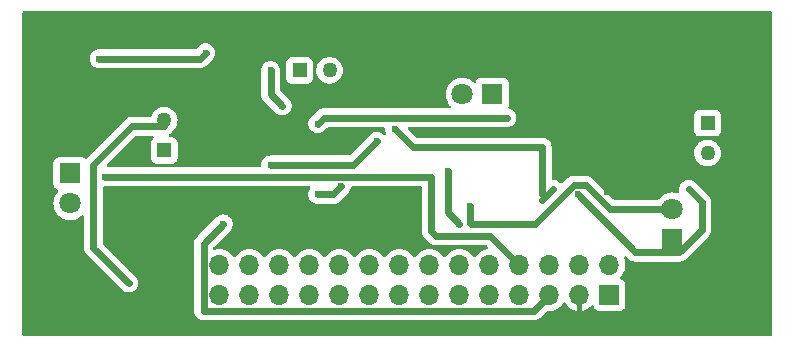
<source format=gbr>
%TF.GenerationSoftware,KiCad,Pcbnew,8.0.1*%
%TF.CreationDate,2024-03-24T23:46:15+02:00*%
%TF.ProjectId,_autosave-_autosave-Assignment 2,5f617574-6f73-4617-9665-2d5f6175746f,rev?*%
%TF.SameCoordinates,Original*%
%TF.FileFunction,Copper,L2,Bot*%
%TF.FilePolarity,Positive*%
%FSLAX46Y46*%
G04 Gerber Fmt 4.6, Leading zero omitted, Abs format (unit mm)*
G04 Created by KiCad (PCBNEW 8.0.1) date 2024-03-24 23:46:15*
%MOMM*%
%LPD*%
G01*
G04 APERTURE LIST*
%TA.AperFunction,ComponentPad*%
%ADD10R,1.800000X1.800000*%
%TD*%
%TA.AperFunction,ComponentPad*%
%ADD11C,1.800000*%
%TD*%
%TA.AperFunction,ComponentPad*%
%ADD12C,1.258000*%
%TD*%
%TA.AperFunction,ComponentPad*%
%ADD13R,1.258000X1.258000*%
%TD*%
%TA.AperFunction,ComponentPad*%
%ADD14R,1.700000X1.700000*%
%TD*%
%TA.AperFunction,ComponentPad*%
%ADD15O,1.700000X1.700000*%
%TD*%
%TA.AperFunction,ViaPad*%
%ADD16C,0.600000*%
%TD*%
%TA.AperFunction,Conductor*%
%ADD17C,0.600000*%
%TD*%
%TA.AperFunction,Conductor*%
%ADD18C,0.200000*%
%TD*%
G04 APERTURE END LIST*
D10*
%TO.P,D1,1,K*%
%TO.N,Net-(D1-K)*%
X115025000Y-116725000D03*
D11*
%TO.P,D1,2,A*%
%TO.N,Net-(D1-A)*%
X115025000Y-119265000D03*
%TD*%
D10*
%TO.P,D6,1,K*%
%TO.N,Net-(D6-K)*%
X166000000Y-122275000D03*
D11*
%TO.P,D6,2,A*%
%TO.N,Net-(D6-A)*%
X166000000Y-119735000D03*
%TD*%
D12*
%TO.P,D2,A*%
%TO.N,Net-(C2-Pad1)*%
X123000000Y-112230000D03*
D13*
%TO.P,D2,K*%
%TO.N,VCC*%
X123000000Y-114770000D03*
%TD*%
D12*
%TO.P,D4,A*%
%TO.N,Net-(C1-Pad1)*%
X137000000Y-108000000D03*
D13*
%TO.P,D4,K*%
%TO.N,VCC*%
X134460000Y-108000000D03*
%TD*%
D10*
%TO.P,D5,1,K*%
%TO.N,Net-(D5-K)*%
X150775000Y-110025000D03*
D11*
%TO.P,D5,2,A*%
%TO.N,Net-(D5-A)*%
X148235000Y-110025000D03*
%TD*%
D12*
%TO.P,D3,A*%
%TO.N,Net-(C3-Pad1)*%
X169000000Y-115000000D03*
D13*
%TO.P,D3,K*%
%TO.N,VCC*%
X169000000Y-112460000D03*
%TD*%
D14*
%TO.P,J1,1,Pin_1*%
%TO.N,unconnected-(J1-Pin_1-Pad1)*%
X160700000Y-127000000D03*
D15*
%TO.P,J1,2,Pin_2*%
%TO.N,unconnected-(J1-Pin_2-Pad2)*%
X160700000Y-124460000D03*
%TO.P,J1,3,Pin_3*%
%TO.N,GND*%
X158160000Y-127000000D03*
%TO.P,J1,4,Pin_4*%
%TO.N,VCC*%
X158160000Y-124460000D03*
%TO.P,J1,5,Pin_5*%
%TO.N,Net-(J1-Pin_5)*%
X155620000Y-127000000D03*
%TO.P,J1,6,Pin_6*%
%TO.N,unconnected-(J1-Pin_6-Pad6)*%
X155620000Y-124460000D03*
%TO.P,J1,7,Pin_7*%
%TO.N,Net-(J1-Pin_7)*%
X153080000Y-127000000D03*
%TO.P,J1,8,Pin_8*%
%TO.N,Net-(J1-Pin_8)*%
X153080000Y-124460000D03*
%TO.P,J1,9,Pin_9*%
%TO.N,GND*%
X150540000Y-127000000D03*
%TO.P,J1,10,Pin_10*%
%TO.N,Net-(J1-Pin_10)*%
X150540000Y-124460000D03*
%TO.P,J1,11,Pin_11*%
%TO.N,Net-(J1-Pin_11)*%
X148000000Y-127000000D03*
%TO.P,J1,12,Pin_12*%
%TO.N,Net-(J1-Pin_12)*%
X148000000Y-124460000D03*
%TO.P,J1,13,Pin_13*%
%TO.N,unconnected-(J1-Pin_13-Pad13)*%
X145460000Y-127000000D03*
%TO.P,J1,14,Pin_14*%
%TO.N,unconnected-(J1-Pin_14-Pad14)*%
X145460000Y-124460000D03*
%TO.P,J1,15,Pin_15*%
%TO.N,GND*%
X142920000Y-127000000D03*
%TO.P,J1,16,Pin_16*%
%TO.N,unconnected-(J1-Pin_16-Pad16)*%
X142920000Y-124460000D03*
%TO.P,J1,17,Pin_17*%
%TO.N,unconnected-(J1-Pin_17-Pad17)*%
X140380000Y-127000000D03*
%TO.P,J1,18,Pin_18*%
%TO.N,unconnected-(J1-Pin_18-Pad18)*%
X140380000Y-124460000D03*
%TO.P,J1,19,Pin_19*%
%TO.N,unconnected-(J1-Pin_19-Pad19)*%
X137840000Y-127000000D03*
%TO.P,J1,20,Pin_20*%
%TO.N,unconnected-(J1-Pin_20-Pad20)*%
X137840000Y-124460000D03*
%TO.P,J1,21,Pin_21*%
%TO.N,GND*%
X135300000Y-127000000D03*
%TO.P,J1,22,Pin_22*%
%TO.N,unconnected-(J1-Pin_22-Pad22)*%
X135300000Y-124460000D03*
%TO.P,J1,23,Pin_23*%
%TO.N,unconnected-(J1-Pin_23-Pad23)*%
X132760000Y-127000000D03*
%TO.P,J1,24,Pin_24*%
%TO.N,unconnected-(J1-Pin_24-Pad24)*%
X132760000Y-124460000D03*
%TO.P,J1,25,Pin_25*%
%TO.N,unconnected-(J1-Pin_25-Pad25)*%
X130220000Y-127000000D03*
%TO.P,J1,26,Pin_26*%
%TO.N,VCC*%
X130220000Y-124460000D03*
%TO.P,J1,27,Pin_27*%
%TO.N,GND*%
X127680000Y-127000000D03*
%TO.P,J1,28,Pin_28*%
%TO.N,unconnected-(J1-Pin_28-Pad28)*%
X127680000Y-124460000D03*
%TD*%
D16*
%TO.N,Net-(J1-Pin_5)*%
X128000000Y-121000000D03*
%TO.N,Net-(J1-Pin_7)*%
X138000000Y-117800000D03*
X136000000Y-118500000D03*
X168500000Y-120000000D03*
X158000000Y-118500000D03*
X142500000Y-112975000D03*
%TO.N,Net-(J1-Pin_11)*%
X126500000Y-106500000D03*
X117500000Y-107000000D03*
X133000000Y-111000000D03*
X132000000Y-108000000D03*
%TO.N,Net-(U1-POS_1)*%
X141000000Y-114000000D03*
X132000000Y-116000000D03*
%TO.N,Net-(C2-Pad1)*%
X120000000Y-126000000D03*
%TO.N,Net-(U1-POS_3)*%
X136000000Y-112500000D03*
X152000000Y-112000000D03*
%TO.N,Net-(D6-A)*%
X153500000Y-121000000D03*
X148912500Y-119500000D03*
%TO.N,GND*%
X160500000Y-118300000D03*
X158000000Y-107500000D03*
%TO.N,Net-(J1-Pin_8)*%
X118000000Y-117000000D03*
%TO.N,Net-(J1-Pin_10)*%
X147000000Y-116500000D03*
X148000000Y-121000000D03*
%TD*%
D17*
%TO.N,Net-(J1-Pin_5)*%
X126330000Y-128330000D02*
X126350000Y-128350000D01*
X128000000Y-121000000D02*
X126330000Y-122670000D01*
X154270000Y-128350000D02*
X155620000Y-127000000D01*
X126330000Y-122670000D02*
X126330000Y-128330000D01*
X126350000Y-128350000D02*
X154270000Y-128350000D01*
%TO.N,Net-(J1-Pin_7)*%
X155250000Y-118750000D02*
X155000000Y-119000000D01*
X155000000Y-114500000D02*
X155000000Y-118500000D01*
X137300000Y-118500000D02*
X138000000Y-117800000D01*
X142500000Y-112975000D02*
X144025000Y-114500000D01*
X136000000Y-118500000D02*
X137300000Y-118500000D01*
X155000000Y-118500000D02*
X155250000Y-118750000D01*
X168500000Y-120000000D02*
X168500000Y-119160000D01*
X168500000Y-121479899D02*
X166579899Y-123400000D01*
X155940000Y-118060000D02*
X155250000Y-118750000D01*
X144025000Y-114500000D02*
X155000000Y-114500000D01*
X166579899Y-123400000D02*
X162900000Y-123400000D01*
X168500000Y-119160000D02*
X167400000Y-118060000D01*
X168500000Y-119160000D02*
X168500000Y-121479899D01*
X162900000Y-123400000D02*
X158000000Y-118500000D01*
%TO.N,Net-(J1-Pin_11)*%
X132000000Y-110000000D02*
X133000000Y-111000000D01*
X126000000Y-107000000D02*
X126500000Y-106500000D01*
X132000000Y-108000000D02*
X132000000Y-110000000D01*
X117500000Y-107000000D02*
X126000000Y-107000000D01*
%TO.N,Net-(U1-POS_1)*%
X141000000Y-114000000D02*
X139000000Y-116000000D01*
X139000000Y-116000000D02*
X132000000Y-116000000D01*
%TO.N,Net-(C2-Pad1)*%
X120270000Y-112730000D02*
X123000000Y-112730000D01*
X117000000Y-116000000D02*
X120270000Y-112730000D01*
X120000000Y-126000000D02*
X117000000Y-123000000D01*
X117000000Y-123000000D02*
X117000000Y-116000000D01*
%TO.N,Net-(U1-POS_3)*%
X152000000Y-112000000D02*
X136500000Y-112000000D01*
X136500000Y-112000000D02*
X136000000Y-112500000D01*
%TO.N,Net-(D6-A)*%
X157668630Y-117700000D02*
X158700000Y-117700000D01*
X160735000Y-119735000D02*
X166000000Y-119735000D01*
X158700000Y-117700000D02*
X160735000Y-119735000D01*
X153500000Y-121000000D02*
X149000000Y-121000000D01*
X153500000Y-121000000D02*
X154368630Y-121000000D01*
X149000000Y-121000000D02*
X148912500Y-120912500D01*
X153500000Y-121000000D02*
X151500000Y-121000000D01*
X148912500Y-120912500D02*
X148912500Y-119500000D01*
X154368630Y-121000000D02*
X157668630Y-117700000D01*
D18*
%TO.N,GND*%
X160500000Y-118300000D02*
X160500000Y-117500000D01*
X157000000Y-108500000D02*
X158000000Y-107500000D01*
X157000000Y-114000000D02*
X157000000Y-109000000D01*
X160500000Y-117500000D02*
X157000000Y-114000000D01*
X157000000Y-109000000D02*
X157000000Y-108500000D01*
D17*
%TO.N,Net-(J1-Pin_8)*%
X145620000Y-121620000D02*
X146000000Y-122000000D01*
X146000000Y-122000000D02*
X150620000Y-122000000D01*
X145620000Y-117000000D02*
X145620000Y-121620000D01*
X118000000Y-117000000D02*
X145620000Y-117000000D01*
X150620000Y-122000000D02*
X153080000Y-124460000D01*
%TO.N,Net-(J1-Pin_10)*%
X147000000Y-116500000D02*
X147000000Y-120000000D01*
X147000000Y-120000000D02*
X148000000Y-121000000D01*
%TD*%
%TA.AperFunction,Conductor*%
%TO.N,GND*%
G36*
X174442539Y-103020185D02*
G01*
X174488294Y-103072989D01*
X174499500Y-103124500D01*
X174499500Y-130375500D01*
X174479815Y-130442539D01*
X174427011Y-130488294D01*
X174375500Y-130499500D01*
X111124500Y-130499500D01*
X111057461Y-130479815D01*
X111011706Y-130427011D01*
X111000500Y-130375500D01*
X111000500Y-119265006D01*
X113619700Y-119265006D01*
X113638864Y-119496297D01*
X113638866Y-119496308D01*
X113695842Y-119721300D01*
X113789075Y-119933848D01*
X113916016Y-120128147D01*
X113916019Y-120128151D01*
X113916021Y-120128153D01*
X114073216Y-120298913D01*
X114073219Y-120298915D01*
X114073222Y-120298918D01*
X114256365Y-120441464D01*
X114256371Y-120441468D01*
X114256374Y-120441470D01*
X114460497Y-120551936D01*
X114501546Y-120566028D01*
X114680015Y-120627297D01*
X114680017Y-120627297D01*
X114680019Y-120627298D01*
X114908951Y-120665500D01*
X114908952Y-120665500D01*
X115141048Y-120665500D01*
X115141049Y-120665500D01*
X115369981Y-120627298D01*
X115589503Y-120551936D01*
X115793626Y-120441470D01*
X115976784Y-120298913D01*
X115984271Y-120290779D01*
X116044156Y-120254790D01*
X116113994Y-120256889D01*
X116171611Y-120296413D01*
X116198713Y-120360812D01*
X116199500Y-120374763D01*
X116199500Y-123078846D01*
X116230261Y-123233489D01*
X116230264Y-123233501D01*
X116290602Y-123379172D01*
X116290609Y-123379185D01*
X116378210Y-123510288D01*
X116378213Y-123510292D01*
X117962945Y-125095023D01*
X119370184Y-126502262D01*
X119497738Y-126629816D01*
X119563096Y-126670883D01*
X119563131Y-126670905D01*
X119566040Y-126672790D01*
X119620821Y-126709394D01*
X119621606Y-126709719D01*
X119640134Y-126719289D01*
X119650478Y-126725789D01*
X119711114Y-126747006D01*
X119717611Y-126749486D01*
X119766503Y-126769738D01*
X119766510Y-126769739D01*
X119766512Y-126769740D01*
X119780142Y-126772451D01*
X119796907Y-126777026D01*
X119820745Y-126785368D01*
X119871711Y-126791109D01*
X119881998Y-126792710D01*
X119899562Y-126796204D01*
X119921155Y-126800500D01*
X119921158Y-126800500D01*
X119948085Y-126800500D01*
X119961969Y-126801280D01*
X119999998Y-126805565D01*
X120000000Y-126805565D01*
X120000002Y-126805565D01*
X120038031Y-126801280D01*
X120051915Y-126800500D01*
X120078845Y-126800500D01*
X120091003Y-126798080D01*
X120118009Y-126792708D01*
X120128285Y-126791110D01*
X120179255Y-126785368D01*
X120203095Y-126777025D01*
X120219845Y-126772452D01*
X120233497Y-126769738D01*
X120282407Y-126749477D01*
X120288837Y-126747022D01*
X120349522Y-126725789D01*
X120359868Y-126719287D01*
X120378390Y-126709720D01*
X120379179Y-126709394D01*
X120433987Y-126672771D01*
X120436825Y-126670931D01*
X120502262Y-126629816D01*
X120629816Y-126502262D01*
X120670931Y-126436825D01*
X120672777Y-126433979D01*
X120709389Y-126379186D01*
X120709394Y-126379179D01*
X120709720Y-126378390D01*
X120719287Y-126359868D01*
X120725789Y-126349522D01*
X120747022Y-126288837D01*
X120749477Y-126282407D01*
X120769738Y-126233497D01*
X120772452Y-126219845D01*
X120777025Y-126203095D01*
X120785368Y-126179255D01*
X120791110Y-126128285D01*
X120792708Y-126118009D01*
X120800500Y-126078843D01*
X120800500Y-126051914D01*
X120801280Y-126038029D01*
X120805565Y-126000001D01*
X120805565Y-125999998D01*
X120801280Y-125961969D01*
X120800500Y-125948085D01*
X120800500Y-125921154D01*
X120792712Y-125882010D01*
X120791109Y-125871711D01*
X120785368Y-125820745D01*
X120777026Y-125796907D01*
X120772451Y-125780142D01*
X120769740Y-125766512D01*
X120769739Y-125766510D01*
X120769738Y-125766503D01*
X120749486Y-125717611D01*
X120747006Y-125711114D01*
X120745848Y-125707804D01*
X120725789Y-125650478D01*
X120719289Y-125640134D01*
X120709719Y-125621606D01*
X120709394Y-125620821D01*
X120672790Y-125566040D01*
X120670905Y-125563131D01*
X120640442Y-125514649D01*
X120629816Y-125497738D01*
X120502262Y-125370184D01*
X117836819Y-122704741D01*
X117803334Y-122643418D01*
X117800500Y-122617060D01*
X117800500Y-117924500D01*
X117820185Y-117857461D01*
X117872989Y-117811706D01*
X117924500Y-117800500D01*
X117948085Y-117800500D01*
X117961969Y-117801280D01*
X117999998Y-117805565D01*
X118000000Y-117805565D01*
X118000002Y-117805565D01*
X118038031Y-117801280D01*
X118051915Y-117800500D01*
X135269988Y-117800500D01*
X135337027Y-117820185D01*
X135382782Y-117872989D01*
X135392726Y-117942147D01*
X135371806Y-117990535D01*
X135373888Y-117991843D01*
X135329092Y-118063132D01*
X135327204Y-118066047D01*
X135290604Y-118120824D01*
X135290600Y-118120832D01*
X135290266Y-118121639D01*
X135280713Y-118140127D01*
X135274212Y-118150474D01*
X135274210Y-118150477D01*
X135252982Y-118211140D01*
X135250504Y-118217631D01*
X135230264Y-118266496D01*
X135230263Y-118266502D01*
X135227550Y-118280140D01*
X135222975Y-118296898D01*
X135214634Y-118320735D01*
X135214632Y-118320742D01*
X135208890Y-118371696D01*
X135207288Y-118381994D01*
X135199500Y-118421152D01*
X135199500Y-118448085D01*
X135198720Y-118461969D01*
X135194435Y-118499998D01*
X135194435Y-118500001D01*
X135198720Y-118538029D01*
X135199500Y-118551914D01*
X135199500Y-118578844D01*
X135207288Y-118618003D01*
X135208890Y-118628303D01*
X135214632Y-118679252D01*
X135214633Y-118679260D01*
X135222976Y-118703104D01*
X135227550Y-118719860D01*
X135230262Y-118733496D01*
X135238336Y-118752988D01*
X135249861Y-118780814D01*
X135250509Y-118782377D01*
X135252986Y-118788867D01*
X135266401Y-118827204D01*
X135274212Y-118849524D01*
X135280709Y-118859865D01*
X135290268Y-118878365D01*
X135290603Y-118879173D01*
X135290605Y-118879179D01*
X135327223Y-118933982D01*
X135329114Y-118936900D01*
X135370180Y-119002257D01*
X135370182Y-119002260D01*
X135370184Y-119002262D01*
X135497738Y-119129816D01*
X135563131Y-119170905D01*
X135566040Y-119172790D01*
X135620821Y-119209394D01*
X135621606Y-119209719D01*
X135640134Y-119219289D01*
X135650478Y-119225789D01*
X135711175Y-119247028D01*
X135717607Y-119249484D01*
X135746021Y-119261253D01*
X135766497Y-119269735D01*
X135766498Y-119269735D01*
X135766503Y-119269737D01*
X135780139Y-119272449D01*
X135796898Y-119277023D01*
X135820745Y-119285368D01*
X135871714Y-119291110D01*
X135881992Y-119292709D01*
X135909140Y-119298109D01*
X135921157Y-119300500D01*
X135921158Y-119300500D01*
X135948085Y-119300500D01*
X135961969Y-119301280D01*
X135999998Y-119305565D01*
X136000000Y-119305565D01*
X136000002Y-119305565D01*
X136038031Y-119301280D01*
X136051915Y-119300500D01*
X137378844Y-119300500D01*
X137378845Y-119300499D01*
X137533497Y-119269737D01*
X137679179Y-119209394D01*
X137810289Y-119121789D01*
X138621788Y-118310290D01*
X138629816Y-118302262D01*
X138670943Y-118236806D01*
X138672761Y-118234001D01*
X138709393Y-118179179D01*
X138709719Y-118178389D01*
X138719293Y-118159859D01*
X138725188Y-118150478D01*
X138725789Y-118149522D01*
X138747020Y-118088843D01*
X138749494Y-118082365D01*
X138757461Y-118063132D01*
X138769737Y-118033498D01*
X138772450Y-118019855D01*
X138777021Y-118003107D01*
X138785368Y-117979255D01*
X138791111Y-117928282D01*
X138792708Y-117918011D01*
X138796230Y-117900305D01*
X138828616Y-117838397D01*
X138889332Y-117803823D01*
X138917847Y-117800500D01*
X144695500Y-117800500D01*
X144762539Y-117820185D01*
X144808294Y-117872989D01*
X144819500Y-117924500D01*
X144819500Y-121698846D01*
X144850261Y-121853489D01*
X144850264Y-121853501D01*
X144910602Y-121999172D01*
X144910609Y-121999185D01*
X144998210Y-122130288D01*
X144998213Y-122130292D01*
X145378211Y-122510289D01*
X145447737Y-122579815D01*
X145489712Y-122621790D01*
X145620814Y-122709390D01*
X145620827Y-122709397D01*
X145766498Y-122769735D01*
X145766503Y-122769737D01*
X145766507Y-122769737D01*
X145766508Y-122769738D01*
X145921154Y-122800500D01*
X145921157Y-122800500D01*
X145921158Y-122800500D01*
X150237060Y-122800500D01*
X150304099Y-122820185D01*
X150324741Y-122836819D01*
X150400026Y-122912104D01*
X150433511Y-122973427D01*
X150428527Y-123043119D01*
X150386655Y-123099052D01*
X150323154Y-123123313D01*
X150304596Y-123124936D01*
X150304586Y-123124938D01*
X150076344Y-123186094D01*
X150076335Y-123186098D01*
X149862171Y-123285964D01*
X149862169Y-123285965D01*
X149668597Y-123421505D01*
X149501505Y-123588597D01*
X149371575Y-123774158D01*
X149316998Y-123817783D01*
X149247500Y-123824977D01*
X149185145Y-123793454D01*
X149168425Y-123774158D01*
X149038494Y-123588597D01*
X148871402Y-123421506D01*
X148871395Y-123421501D01*
X148677834Y-123285967D01*
X148677830Y-123285965D01*
X148581975Y-123241267D01*
X148463663Y-123186097D01*
X148463659Y-123186096D01*
X148463655Y-123186094D01*
X148235413Y-123124938D01*
X148235403Y-123124936D01*
X148000001Y-123104341D01*
X147999999Y-123104341D01*
X147764596Y-123124936D01*
X147764586Y-123124938D01*
X147536344Y-123186094D01*
X147536335Y-123186098D01*
X147322171Y-123285964D01*
X147322169Y-123285965D01*
X147128597Y-123421505D01*
X146961505Y-123588597D01*
X146831575Y-123774158D01*
X146776998Y-123817783D01*
X146707500Y-123824977D01*
X146645145Y-123793454D01*
X146628425Y-123774158D01*
X146498494Y-123588597D01*
X146331402Y-123421506D01*
X146331395Y-123421501D01*
X146137834Y-123285967D01*
X146137830Y-123285965D01*
X146041975Y-123241267D01*
X145923663Y-123186097D01*
X145923659Y-123186096D01*
X145923655Y-123186094D01*
X145695413Y-123124938D01*
X145695403Y-123124936D01*
X145460001Y-123104341D01*
X145459999Y-123104341D01*
X145224596Y-123124936D01*
X145224586Y-123124938D01*
X144996344Y-123186094D01*
X144996335Y-123186098D01*
X144782171Y-123285964D01*
X144782169Y-123285965D01*
X144588597Y-123421505D01*
X144421505Y-123588597D01*
X144291575Y-123774158D01*
X144236998Y-123817783D01*
X144167500Y-123824977D01*
X144105145Y-123793454D01*
X144088425Y-123774158D01*
X143958494Y-123588597D01*
X143791402Y-123421506D01*
X143791395Y-123421501D01*
X143597834Y-123285967D01*
X143597830Y-123285965D01*
X143501975Y-123241267D01*
X143383663Y-123186097D01*
X143383659Y-123186096D01*
X143383655Y-123186094D01*
X143155413Y-123124938D01*
X143155403Y-123124936D01*
X142920001Y-123104341D01*
X142919999Y-123104341D01*
X142684596Y-123124936D01*
X142684586Y-123124938D01*
X142456344Y-123186094D01*
X142456335Y-123186098D01*
X142242171Y-123285964D01*
X142242169Y-123285965D01*
X142048597Y-123421505D01*
X141881505Y-123588597D01*
X141751575Y-123774158D01*
X141696998Y-123817783D01*
X141627500Y-123824977D01*
X141565145Y-123793454D01*
X141548425Y-123774158D01*
X141418494Y-123588597D01*
X141251402Y-123421506D01*
X141251395Y-123421501D01*
X141057834Y-123285967D01*
X141057830Y-123285965D01*
X140961975Y-123241267D01*
X140843663Y-123186097D01*
X140843659Y-123186096D01*
X140843655Y-123186094D01*
X140615413Y-123124938D01*
X140615403Y-123124936D01*
X140380001Y-123104341D01*
X140379999Y-123104341D01*
X140144596Y-123124936D01*
X140144586Y-123124938D01*
X139916344Y-123186094D01*
X139916335Y-123186098D01*
X139702171Y-123285964D01*
X139702169Y-123285965D01*
X139508597Y-123421505D01*
X139341505Y-123588597D01*
X139211575Y-123774158D01*
X139156998Y-123817783D01*
X139087500Y-123824977D01*
X139025145Y-123793454D01*
X139008425Y-123774158D01*
X138878494Y-123588597D01*
X138711402Y-123421506D01*
X138711395Y-123421501D01*
X138517834Y-123285967D01*
X138517830Y-123285965D01*
X138421975Y-123241267D01*
X138303663Y-123186097D01*
X138303659Y-123186096D01*
X138303655Y-123186094D01*
X138075413Y-123124938D01*
X138075403Y-123124936D01*
X137840001Y-123104341D01*
X137839999Y-123104341D01*
X137604596Y-123124936D01*
X137604586Y-123124938D01*
X137376344Y-123186094D01*
X137376335Y-123186098D01*
X137162171Y-123285964D01*
X137162169Y-123285965D01*
X136968597Y-123421505D01*
X136801505Y-123588597D01*
X136671575Y-123774158D01*
X136616998Y-123817783D01*
X136547500Y-123824977D01*
X136485145Y-123793454D01*
X136468425Y-123774158D01*
X136338494Y-123588597D01*
X136171402Y-123421506D01*
X136171395Y-123421501D01*
X135977834Y-123285967D01*
X135977830Y-123285965D01*
X135881975Y-123241267D01*
X135763663Y-123186097D01*
X135763659Y-123186096D01*
X135763655Y-123186094D01*
X135535413Y-123124938D01*
X135535403Y-123124936D01*
X135300001Y-123104341D01*
X135299999Y-123104341D01*
X135064596Y-123124936D01*
X135064586Y-123124938D01*
X134836344Y-123186094D01*
X134836335Y-123186098D01*
X134622171Y-123285964D01*
X134622169Y-123285965D01*
X134428597Y-123421505D01*
X134261505Y-123588597D01*
X134131575Y-123774158D01*
X134076998Y-123817783D01*
X134007500Y-123824977D01*
X133945145Y-123793454D01*
X133928425Y-123774158D01*
X133798494Y-123588597D01*
X133631402Y-123421506D01*
X133631395Y-123421501D01*
X133437834Y-123285967D01*
X133437830Y-123285965D01*
X133341975Y-123241267D01*
X133223663Y-123186097D01*
X133223659Y-123186096D01*
X133223655Y-123186094D01*
X132995413Y-123124938D01*
X132995403Y-123124936D01*
X132760001Y-123104341D01*
X132759999Y-123104341D01*
X132524596Y-123124936D01*
X132524586Y-123124938D01*
X132296344Y-123186094D01*
X132296335Y-123186098D01*
X132082171Y-123285964D01*
X132082169Y-123285965D01*
X131888597Y-123421505D01*
X131721505Y-123588597D01*
X131591575Y-123774158D01*
X131536998Y-123817783D01*
X131467500Y-123824977D01*
X131405145Y-123793454D01*
X131388425Y-123774158D01*
X131258494Y-123588597D01*
X131091402Y-123421506D01*
X131091395Y-123421501D01*
X130897834Y-123285967D01*
X130897830Y-123285965D01*
X130801975Y-123241267D01*
X130683663Y-123186097D01*
X130683659Y-123186096D01*
X130683655Y-123186094D01*
X130455413Y-123124938D01*
X130455403Y-123124936D01*
X130220001Y-123104341D01*
X130219999Y-123104341D01*
X129984596Y-123124936D01*
X129984586Y-123124938D01*
X129756344Y-123186094D01*
X129756335Y-123186098D01*
X129542171Y-123285964D01*
X129542169Y-123285965D01*
X129348597Y-123421505D01*
X129181505Y-123588597D01*
X129051575Y-123774158D01*
X128996998Y-123817783D01*
X128927500Y-123824977D01*
X128865145Y-123793454D01*
X128848425Y-123774158D01*
X128718494Y-123588597D01*
X128551402Y-123421506D01*
X128551395Y-123421501D01*
X128357834Y-123285967D01*
X128357830Y-123285965D01*
X128261975Y-123241267D01*
X128143663Y-123186097D01*
X128143659Y-123186096D01*
X128143655Y-123186094D01*
X127915413Y-123124938D01*
X127915403Y-123124936D01*
X127680001Y-123104341D01*
X127679999Y-123104341D01*
X127444596Y-123124936D01*
X127444583Y-123124939D01*
X127294027Y-123165279D01*
X127224178Y-123163616D01*
X127166315Y-123124453D01*
X127138812Y-123060224D01*
X127150399Y-122991322D01*
X127174251Y-122957826D01*
X128621789Y-121510289D01*
X128629816Y-121502262D01*
X128670931Y-121436825D01*
X128672777Y-121433979D01*
X128709389Y-121379186D01*
X128709394Y-121379179D01*
X128709720Y-121378390D01*
X128719287Y-121359868D01*
X128725789Y-121349522D01*
X128747022Y-121288837D01*
X128749477Y-121282407D01*
X128769738Y-121233497D01*
X128772449Y-121219860D01*
X128777025Y-121203096D01*
X128785368Y-121179255D01*
X128791109Y-121128287D01*
X128792709Y-121118004D01*
X128800500Y-121078842D01*
X128800500Y-121051914D01*
X128801280Y-121038029D01*
X128805565Y-121000001D01*
X128805565Y-120999998D01*
X128801280Y-120961969D01*
X128800500Y-120948085D01*
X128800500Y-120921157D01*
X128796545Y-120901277D01*
X128792708Y-120881987D01*
X128791109Y-120871703D01*
X128785368Y-120820745D01*
X128777027Y-120796909D01*
X128772453Y-120780150D01*
X128770609Y-120770885D01*
X128769738Y-120766502D01*
X128749479Y-120717593D01*
X128747015Y-120711140D01*
X128725789Y-120650478D01*
X128725787Y-120650475D01*
X128725787Y-120650474D01*
X128722749Y-120645640D01*
X128719293Y-120640140D01*
X128709721Y-120621610D01*
X128709394Y-120620821D01*
X128672776Y-120566019D01*
X128670890Y-120563108D01*
X128664274Y-120552578D01*
X128629816Y-120497738D01*
X128626129Y-120494051D01*
X128626109Y-120494029D01*
X128507194Y-120375114D01*
X128507163Y-120375085D01*
X128502262Y-120370184D01*
X128436874Y-120329098D01*
X128433955Y-120327206D01*
X128379184Y-120290609D01*
X128379181Y-120290607D01*
X128379179Y-120290606D01*
X128379176Y-120290604D01*
X128379169Y-120290601D01*
X128378381Y-120290275D01*
X128359862Y-120280708D01*
X128349523Y-120274211D01*
X128288876Y-120252989D01*
X128282382Y-120250510D01*
X128274247Y-120247140D01*
X128233498Y-120230262D01*
X128233496Y-120230261D01*
X128233493Y-120230260D01*
X128219841Y-120227544D01*
X128203093Y-120222972D01*
X128179258Y-120214632D01*
X128179248Y-120214630D01*
X128128315Y-120208892D01*
X128118009Y-120207290D01*
X128078843Y-120199500D01*
X128051915Y-120199500D01*
X128038031Y-120198720D01*
X128000002Y-120194435D01*
X127999998Y-120194435D01*
X127961969Y-120198720D01*
X127948085Y-120199500D01*
X127921158Y-120199500D01*
X127881991Y-120207290D01*
X127871685Y-120208892D01*
X127820751Y-120214630D01*
X127820741Y-120214632D01*
X127796904Y-120222973D01*
X127780150Y-120227547D01*
X127766503Y-120230261D01*
X127717619Y-120250509D01*
X127711126Y-120252988D01*
X127650481Y-120274209D01*
X127650469Y-120274215D01*
X127640127Y-120280713D01*
X127621639Y-120290266D01*
X127620832Y-120290600D01*
X127620824Y-120290604D01*
X127566047Y-120327204D01*
X127563132Y-120329092D01*
X127497742Y-120370180D01*
X127497735Y-120370186D01*
X126656610Y-121211312D01*
X125819711Y-122048211D01*
X125763960Y-122103962D01*
X125708209Y-122159712D01*
X125620609Y-122290814D01*
X125620602Y-122290827D01*
X125560264Y-122436498D01*
X125560261Y-122436510D01*
X125529500Y-122591153D01*
X125529500Y-128408846D01*
X125560261Y-128563489D01*
X125560264Y-128563501D01*
X125620602Y-128709172D01*
X125620609Y-128709185D01*
X125708210Y-128840288D01*
X125708212Y-128840291D01*
X125728209Y-128860287D01*
X125728211Y-128860289D01*
X125839708Y-128971786D01*
X125839712Y-128971790D01*
X125970814Y-129059390D01*
X125970827Y-129059397D01*
X126116498Y-129119735D01*
X126116503Y-129119737D01*
X126116507Y-129119737D01*
X126116508Y-129119738D01*
X126271154Y-129150500D01*
X126271157Y-129150500D01*
X154348844Y-129150500D01*
X154348845Y-129150499D01*
X154503497Y-129119737D01*
X154649179Y-129059394D01*
X154780289Y-128971789D01*
X155373521Y-128378555D01*
X155434842Y-128345072D01*
X155472002Y-128342710D01*
X155620000Y-128355659D01*
X155620001Y-128355659D01*
X155678966Y-128350500D01*
X155855408Y-128335063D01*
X156083663Y-128273903D01*
X156297830Y-128174035D01*
X156491401Y-128038495D01*
X156658495Y-127871401D01*
X156788730Y-127685405D01*
X156843307Y-127641781D01*
X156912805Y-127634587D01*
X156975160Y-127666110D01*
X156991879Y-127685405D01*
X157121890Y-127871078D01*
X157288917Y-128038105D01*
X157482421Y-128173600D01*
X157696507Y-128273429D01*
X157696516Y-128273433D01*
X157910000Y-128330634D01*
X157910000Y-127433012D01*
X157967007Y-127465925D01*
X158094174Y-127500000D01*
X158225826Y-127500000D01*
X158352993Y-127465925D01*
X158410000Y-127433012D01*
X158410000Y-128330633D01*
X158623483Y-128273433D01*
X158623492Y-128273429D01*
X158837578Y-128173600D01*
X159031078Y-128038108D01*
X159153133Y-127916053D01*
X159214456Y-127882568D01*
X159284148Y-127887552D01*
X159340082Y-127929423D01*
X159356997Y-127960401D01*
X159406202Y-128092328D01*
X159406206Y-128092335D01*
X159492452Y-128207544D01*
X159492455Y-128207547D01*
X159607664Y-128293793D01*
X159607671Y-128293797D01*
X159742517Y-128344091D01*
X159742516Y-128344091D01*
X159749444Y-128344835D01*
X159802127Y-128350500D01*
X161597872Y-128350499D01*
X161657483Y-128344091D01*
X161792331Y-128293796D01*
X161907546Y-128207546D01*
X161993796Y-128092331D01*
X162044091Y-127957483D01*
X162050500Y-127897873D01*
X162050499Y-126102128D01*
X162044091Y-126042517D01*
X162043002Y-126039598D01*
X161993797Y-125907671D01*
X161993793Y-125907664D01*
X161907547Y-125792455D01*
X161907544Y-125792452D01*
X161792335Y-125706206D01*
X161792328Y-125706202D01*
X161660917Y-125657189D01*
X161604983Y-125615318D01*
X161580566Y-125549853D01*
X161595418Y-125481580D01*
X161616563Y-125453332D01*
X161738495Y-125331401D01*
X161874035Y-125137830D01*
X161973903Y-124923663D01*
X162035063Y-124695408D01*
X162055659Y-124460000D01*
X162035063Y-124224592D01*
X161973903Y-123996337D01*
X161930033Y-123902260D01*
X161919542Y-123833184D01*
X161948061Y-123769400D01*
X162006538Y-123731160D01*
X162076405Y-123730605D01*
X162130097Y-123762175D01*
X162278211Y-123910289D01*
X162389711Y-124021789D01*
X162520821Y-124109394D01*
X162623833Y-124152062D01*
X162666502Y-124169737D01*
X162821152Y-124200499D01*
X162821155Y-124200500D01*
X162821157Y-124200500D01*
X166658743Y-124200500D01*
X166658744Y-124200499D01*
X166813396Y-124169737D01*
X166959078Y-124109394D01*
X167090188Y-124021789D01*
X169121789Y-121990188D01*
X169209394Y-121859078D01*
X169269737Y-121713396D01*
X169300500Y-121558741D01*
X169300500Y-121401057D01*
X169300500Y-120051914D01*
X169301280Y-120038029D01*
X169305565Y-120000001D01*
X169305565Y-119999998D01*
X169301280Y-119961969D01*
X169300500Y-119948085D01*
X169300500Y-119081155D01*
X169300499Y-119081153D01*
X169291058Y-119033691D01*
X169269737Y-118926503D01*
X169250135Y-118879179D01*
X169209397Y-118780827D01*
X169209390Y-118780814D01*
X169121790Y-118649712D01*
X169068229Y-118596151D01*
X169010289Y-118538211D01*
X168462613Y-117990535D01*
X167910292Y-117438213D01*
X167910288Y-117438210D01*
X167779185Y-117350609D01*
X167779172Y-117350602D01*
X167633501Y-117290264D01*
X167633489Y-117290261D01*
X167478845Y-117259500D01*
X167478842Y-117259500D01*
X167321158Y-117259500D01*
X167321155Y-117259500D01*
X167166510Y-117290261D01*
X167166498Y-117290264D01*
X167020827Y-117350602D01*
X167020814Y-117350609D01*
X166889711Y-117438210D01*
X166889707Y-117438213D01*
X166778213Y-117549707D01*
X166778210Y-117549711D01*
X166690609Y-117680814D01*
X166690602Y-117680827D01*
X166630264Y-117826498D01*
X166630261Y-117826510D01*
X166599500Y-117981153D01*
X166599500Y-118138846D01*
X166626013Y-118272134D01*
X166619786Y-118341725D01*
X166576923Y-118396903D01*
X166511033Y-118420147D01*
X166464134Y-118413606D01*
X166344986Y-118372702D01*
X166154204Y-118340867D01*
X166116049Y-118334500D01*
X165883951Y-118334500D01*
X165840654Y-118341725D01*
X165655015Y-118372702D01*
X165435504Y-118448061D01*
X165435495Y-118448064D01*
X165231371Y-118558531D01*
X165231365Y-118558535D01*
X165048222Y-118701081D01*
X165048219Y-118701084D01*
X165048216Y-118701086D01*
X165048216Y-118701087D01*
X164973384Y-118782377D01*
X164891019Y-118871849D01*
X164886791Y-118878321D01*
X164833645Y-118923678D01*
X164782982Y-118934500D01*
X161117940Y-118934500D01*
X161050901Y-118914815D01*
X161030259Y-118898181D01*
X159210292Y-117078213D01*
X159210288Y-117078210D01*
X159079185Y-116990609D01*
X159079172Y-116990602D01*
X158933501Y-116930264D01*
X158933489Y-116930261D01*
X158778845Y-116899500D01*
X158778842Y-116899500D01*
X157747473Y-116899500D01*
X157589788Y-116899500D01*
X157589783Y-116899500D01*
X157435140Y-116930260D01*
X157435132Y-116930262D01*
X157289454Y-116990604D01*
X157289444Y-116990609D01*
X157158341Y-117078210D01*
X157158337Y-117078213D01*
X156711995Y-117524555D01*
X156650672Y-117558040D01*
X156580980Y-117553056D01*
X156536633Y-117524555D01*
X156450292Y-117438214D01*
X156450288Y-117438211D01*
X156319185Y-117350610D01*
X156319175Y-117350605D01*
X156173497Y-117290263D01*
X156173489Y-117290261D01*
X156018845Y-117259500D01*
X156018842Y-117259500D01*
X155924500Y-117259500D01*
X155857461Y-117239815D01*
X155811706Y-117187011D01*
X155800500Y-117135500D01*
X155800500Y-115000000D01*
X167865661Y-115000000D01*
X167884974Y-115208429D01*
X167884974Y-115208431D01*
X167884975Y-115208434D01*
X167902418Y-115269739D01*
X167942259Y-115409769D01*
X168035562Y-115597147D01*
X168035567Y-115597155D01*
X168161714Y-115764201D01*
X168290928Y-115881994D01*
X168316408Y-115905222D01*
X168494382Y-116015419D01*
X168494383Y-116015419D01*
X168494384Y-116015420D01*
X168535734Y-116031439D01*
X168689573Y-116091036D01*
X168895336Y-116129500D01*
X168895338Y-116129500D01*
X169104662Y-116129500D01*
X169104664Y-116129500D01*
X169310427Y-116091036D01*
X169505618Y-116015419D01*
X169683592Y-115905222D01*
X169827304Y-115774211D01*
X169838285Y-115764201D01*
X169844066Y-115756547D01*
X169964434Y-115597153D01*
X170057740Y-115409771D01*
X170115025Y-115208434D01*
X170134339Y-115000000D01*
X170115025Y-114791566D01*
X170057740Y-114590229D01*
X169973552Y-114421158D01*
X169964437Y-114402852D01*
X169964432Y-114402844D01*
X169838285Y-114235798D01*
X169683593Y-114094779D01*
X169683592Y-114094778D01*
X169505618Y-113984581D01*
X169505616Y-113984580D01*
X169505615Y-113984579D01*
X169351779Y-113924984D01*
X169310427Y-113908964D01*
X169104664Y-113870500D01*
X168895336Y-113870500D01*
X168689573Y-113908964D01*
X168689570Y-113908964D01*
X168689570Y-113908965D01*
X168494384Y-113984579D01*
X168494383Y-113984580D01*
X168316406Y-114094779D01*
X168161714Y-114235798D01*
X168035567Y-114402844D01*
X168035562Y-114402852D01*
X167942259Y-114590230D01*
X167884974Y-114791570D01*
X167865661Y-114999999D01*
X167865661Y-115000000D01*
X155800500Y-115000000D01*
X155800500Y-114421155D01*
X155800499Y-114421153D01*
X155788307Y-114359859D01*
X155769737Y-114266503D01*
X155756065Y-114233496D01*
X155709397Y-114120827D01*
X155709390Y-114120814D01*
X155621789Y-113989711D01*
X155621786Y-113989707D01*
X155510292Y-113878213D01*
X155510288Y-113878210D01*
X155379185Y-113790609D01*
X155379172Y-113790602D01*
X155233501Y-113730264D01*
X155233489Y-113730261D01*
X155078845Y-113699500D01*
X155078842Y-113699500D01*
X144407940Y-113699500D01*
X144340901Y-113679815D01*
X144320259Y-113663181D01*
X143793948Y-113136870D01*
X167870500Y-113136870D01*
X167870501Y-113136876D01*
X167876908Y-113196483D01*
X167927202Y-113331328D01*
X167927206Y-113331335D01*
X168013452Y-113446544D01*
X168013455Y-113446547D01*
X168128664Y-113532793D01*
X168128671Y-113532797D01*
X168263517Y-113583091D01*
X168263516Y-113583091D01*
X168270444Y-113583835D01*
X168323127Y-113589500D01*
X169676872Y-113589499D01*
X169736483Y-113583091D01*
X169871331Y-113532796D01*
X169986546Y-113446546D01*
X170072796Y-113331331D01*
X170123091Y-113196483D01*
X170129500Y-113136873D01*
X170129499Y-111783128D01*
X170123091Y-111723517D01*
X170121517Y-111719298D01*
X170072797Y-111588671D01*
X170072793Y-111588664D01*
X169986547Y-111473455D01*
X169986544Y-111473452D01*
X169871335Y-111387206D01*
X169871328Y-111387202D01*
X169736482Y-111336908D01*
X169736483Y-111336908D01*
X169676883Y-111330501D01*
X169676881Y-111330500D01*
X169676873Y-111330500D01*
X169676864Y-111330500D01*
X168323129Y-111330500D01*
X168323123Y-111330501D01*
X168263516Y-111336908D01*
X168128671Y-111387202D01*
X168128664Y-111387206D01*
X168013455Y-111473452D01*
X168013452Y-111473455D01*
X167927206Y-111588664D01*
X167927202Y-111588671D01*
X167876908Y-111723517D01*
X167870822Y-111780132D01*
X167870501Y-111783123D01*
X167870500Y-111783135D01*
X167870500Y-113136870D01*
X143793948Y-113136870D01*
X143669259Y-113012181D01*
X143635774Y-112950858D01*
X143640758Y-112881166D01*
X143682630Y-112825233D01*
X143748094Y-112800816D01*
X143756940Y-112800500D01*
X151948085Y-112800500D01*
X151961969Y-112801280D01*
X151999998Y-112805565D01*
X152000000Y-112805565D01*
X152000002Y-112805565D01*
X152038031Y-112801280D01*
X152051915Y-112800500D01*
X152078841Y-112800500D01*
X152078842Y-112800500D01*
X152118017Y-112792707D01*
X152128283Y-112791110D01*
X152179255Y-112785368D01*
X152203100Y-112777023D01*
X152219862Y-112772448D01*
X152233497Y-112769737D01*
X152282389Y-112749484D01*
X152288837Y-112747023D01*
X152349522Y-112725789D01*
X152359868Y-112719287D01*
X152378390Y-112709720D01*
X152379179Y-112709394D01*
X152433987Y-112672771D01*
X152436825Y-112670931D01*
X152502262Y-112629816D01*
X152629816Y-112502262D01*
X152670931Y-112436825D01*
X152672777Y-112433979D01*
X152709389Y-112379186D01*
X152709394Y-112379179D01*
X152709720Y-112378390D01*
X152719287Y-112359868D01*
X152725789Y-112349522D01*
X152747023Y-112288837D01*
X152749484Y-112282389D01*
X152769737Y-112233497D01*
X152772448Y-112219862D01*
X152777023Y-112203100D01*
X152785368Y-112179255D01*
X152791110Y-112128283D01*
X152792707Y-112118017D01*
X152800500Y-112078842D01*
X152800500Y-112051914D01*
X152801280Y-112038029D01*
X152805565Y-112000001D01*
X152805565Y-111999998D01*
X152801280Y-111961969D01*
X152800500Y-111948085D01*
X152800500Y-111921157D01*
X152792711Y-111882003D01*
X152791110Y-111871714D01*
X152785368Y-111820745D01*
X152777023Y-111796898D01*
X152772449Y-111780139D01*
X152769737Y-111766503D01*
X152749484Y-111717607D01*
X152747028Y-111711175D01*
X152725789Y-111650478D01*
X152719289Y-111640134D01*
X152709719Y-111621606D01*
X152709394Y-111620821D01*
X152672790Y-111566040D01*
X152670905Y-111563131D01*
X152637700Y-111510286D01*
X152629816Y-111497738D01*
X152502262Y-111370184D01*
X152502260Y-111370182D01*
X152502257Y-111370180D01*
X152444072Y-111333620D01*
X152436894Y-111329110D01*
X152433982Y-111327223D01*
X152379179Y-111290605D01*
X152379173Y-111290603D01*
X152378365Y-111290268D01*
X152359865Y-111280709D01*
X152349524Y-111274212D01*
X152349523Y-111274211D01*
X152349522Y-111274211D01*
X152288867Y-111252986D01*
X152282377Y-111250509D01*
X152227869Y-111227932D01*
X152228561Y-111226260D01*
X152177240Y-111192623D01*
X152148787Y-111128809D01*
X152155497Y-111068931D01*
X152169090Y-111032485D01*
X152169091Y-111032483D01*
X152172583Y-111000000D01*
X152175500Y-110972873D01*
X152175499Y-109077128D01*
X152169091Y-109017517D01*
X152168308Y-109015419D01*
X152118797Y-108882671D01*
X152118793Y-108882664D01*
X152032547Y-108767455D01*
X152032544Y-108767452D01*
X151917335Y-108681206D01*
X151917328Y-108681202D01*
X151782482Y-108630908D01*
X151782483Y-108630908D01*
X151722883Y-108624501D01*
X151722881Y-108624500D01*
X151722873Y-108624500D01*
X151722864Y-108624500D01*
X149827129Y-108624500D01*
X149827123Y-108624501D01*
X149767516Y-108630908D01*
X149632671Y-108681202D01*
X149632664Y-108681206D01*
X149517455Y-108767452D01*
X149517452Y-108767455D01*
X149431206Y-108882664D01*
X149431203Y-108882670D01*
X149402544Y-108959508D01*
X149360672Y-109015441D01*
X149295208Y-109039858D01*
X149226935Y-109025006D01*
X149195135Y-109000158D01*
X149186784Y-108991087D01*
X149186778Y-108991082D01*
X149186777Y-108991081D01*
X149003634Y-108848535D01*
X149003628Y-108848531D01*
X148799504Y-108738064D01*
X148799495Y-108738061D01*
X148579984Y-108662702D01*
X148389450Y-108630908D01*
X148351049Y-108624500D01*
X148118951Y-108624500D01*
X148080550Y-108630908D01*
X147890015Y-108662702D01*
X147670504Y-108738061D01*
X147670495Y-108738064D01*
X147466371Y-108848531D01*
X147466365Y-108848535D01*
X147283222Y-108991081D01*
X147283219Y-108991084D01*
X147283216Y-108991086D01*
X147283216Y-108991087D01*
X147238319Y-109039858D01*
X147126016Y-109161852D01*
X146999075Y-109356151D01*
X146905842Y-109568699D01*
X146848866Y-109793691D01*
X146848864Y-109793702D01*
X146829700Y-110024993D01*
X146829700Y-110025006D01*
X146848864Y-110256297D01*
X146848866Y-110256308D01*
X146905842Y-110481300D01*
X146999075Y-110693848D01*
X147126016Y-110888147D01*
X147126019Y-110888151D01*
X147126021Y-110888153D01*
X147221176Y-110991519D01*
X147252097Y-111054172D01*
X147244237Y-111123598D01*
X147200089Y-111177753D01*
X147133672Y-111199444D01*
X147129945Y-111199500D01*
X136421153Y-111199500D01*
X136266510Y-111230260D01*
X136266502Y-111230262D01*
X136120824Y-111290604D01*
X136120814Y-111290609D01*
X135989711Y-111378210D01*
X135989707Y-111378213D01*
X135497738Y-111870184D01*
X135370186Y-111997735D01*
X135370180Y-111997742D01*
X135329092Y-112063132D01*
X135327204Y-112066047D01*
X135290604Y-112120824D01*
X135290600Y-112120832D01*
X135290266Y-112121639D01*
X135280713Y-112140127D01*
X135274212Y-112150474D01*
X135274210Y-112150477D01*
X135252982Y-112211140D01*
X135250504Y-112217631D01*
X135230264Y-112266496D01*
X135230263Y-112266502D01*
X135227550Y-112280140D01*
X135222975Y-112296898D01*
X135214634Y-112320735D01*
X135214632Y-112320742D01*
X135208890Y-112371696D01*
X135207288Y-112381994D01*
X135199500Y-112421152D01*
X135199500Y-112448085D01*
X135198720Y-112461969D01*
X135194435Y-112499998D01*
X135194435Y-112500001D01*
X135198720Y-112538029D01*
X135199500Y-112551914D01*
X135199500Y-112578844D01*
X135207288Y-112618003D01*
X135208890Y-112628303D01*
X135214632Y-112679252D01*
X135214633Y-112679260D01*
X135222976Y-112703104D01*
X135227550Y-112719860D01*
X135230262Y-112733496D01*
X135250509Y-112782377D01*
X135252986Y-112788867D01*
X135266383Y-112827153D01*
X135274212Y-112849524D01*
X135280709Y-112859865D01*
X135290268Y-112878365D01*
X135290603Y-112879173D01*
X135290605Y-112879179D01*
X135327223Y-112933982D01*
X135329114Y-112936900D01*
X135370180Y-113002257D01*
X135370182Y-113002260D01*
X135370184Y-113002262D01*
X135497738Y-113129816D01*
X135563096Y-113170883D01*
X135563131Y-113170905D01*
X135566040Y-113172790D01*
X135620821Y-113209394D01*
X135621606Y-113209719D01*
X135640134Y-113219289D01*
X135650478Y-113225789D01*
X135711175Y-113247028D01*
X135717607Y-113249484D01*
X135736663Y-113257377D01*
X135766497Y-113269735D01*
X135766498Y-113269735D01*
X135766503Y-113269737D01*
X135780139Y-113272449D01*
X135796898Y-113277023D01*
X135820745Y-113285368D01*
X135871714Y-113291110D01*
X135881992Y-113292709D01*
X135909140Y-113298109D01*
X135921157Y-113300500D01*
X135921158Y-113300500D01*
X135948085Y-113300500D01*
X135961969Y-113301280D01*
X135999998Y-113305565D01*
X136000000Y-113305565D01*
X136000002Y-113305565D01*
X136038031Y-113301280D01*
X136051915Y-113300500D01*
X136078841Y-113300500D01*
X136078842Y-113300500D01*
X136118017Y-113292707D01*
X136128283Y-113291110D01*
X136179255Y-113285368D01*
X136203100Y-113277023D01*
X136219862Y-113272448D01*
X136233497Y-113269737D01*
X136282389Y-113249484D01*
X136288837Y-113247023D01*
X136349522Y-113225789D01*
X136359868Y-113219287D01*
X136378390Y-113209720D01*
X136379179Y-113209394D01*
X136433987Y-113172771D01*
X136436825Y-113170931D01*
X136502262Y-113129816D01*
X136629816Y-113002262D01*
X136795259Y-112836819D01*
X136856582Y-112803334D01*
X136882940Y-112800500D01*
X141575341Y-112800500D01*
X141642380Y-112820185D01*
X141688135Y-112872989D01*
X141698560Y-112938382D01*
X141694435Y-112975000D01*
X141697506Y-113002260D01*
X141698720Y-113013029D01*
X141699500Y-113026914D01*
X141699500Y-113053844D01*
X141707288Y-113093003D01*
X141708890Y-113103303D01*
X141714632Y-113154252D01*
X141714633Y-113154260D01*
X141722976Y-113178104D01*
X141727550Y-113194860D01*
X141730262Y-113208496D01*
X141739278Y-113230262D01*
X141748688Y-113252982D01*
X141750509Y-113257377D01*
X141752986Y-113263867D01*
X141757591Y-113277027D01*
X141765734Y-113300297D01*
X141769297Y-113370076D01*
X141734568Y-113430704D01*
X141672575Y-113462931D01*
X141602999Y-113456527D01*
X141561012Y-113428934D01*
X141502260Y-113370182D01*
X141502257Y-113370180D01*
X141436854Y-113329085D01*
X141433962Y-113327211D01*
X141393985Y-113300500D01*
X141379184Y-113290610D01*
X141379181Y-113290608D01*
X141379179Y-113290607D01*
X141379175Y-113290605D01*
X141379165Y-113290600D01*
X141378375Y-113290273D01*
X141359868Y-113280712D01*
X141349522Y-113274211D01*
X141319585Y-113263735D01*
X141288856Y-113252982D01*
X141282363Y-113250503D01*
X141233497Y-113230263D01*
X141233493Y-113230262D01*
X141219860Y-113227550D01*
X141203104Y-113222976D01*
X141179260Y-113214633D01*
X141179256Y-113214632D01*
X141179255Y-113214632D01*
X141158575Y-113212301D01*
X141128303Y-113208890D01*
X141118003Y-113207288D01*
X141078844Y-113199500D01*
X141078842Y-113199500D01*
X141051915Y-113199500D01*
X141038031Y-113198720D01*
X141000002Y-113194435D01*
X140999998Y-113194435D01*
X140961969Y-113198720D01*
X140948085Y-113199500D01*
X140921152Y-113199500D01*
X140881994Y-113207288D01*
X140871696Y-113208890D01*
X140820742Y-113214632D01*
X140820739Y-113214633D01*
X140796900Y-113222975D01*
X140780139Y-113227550D01*
X140766504Y-113230262D01*
X140717627Y-113250507D01*
X140711136Y-113252984D01*
X140689414Y-113260586D01*
X140650475Y-113274212D01*
X140640127Y-113280714D01*
X140621627Y-113290272D01*
X140620825Y-113290604D01*
X140620824Y-113290604D01*
X140566035Y-113327211D01*
X140563123Y-113329098D01*
X140497738Y-113370183D01*
X140497735Y-113370186D01*
X138704741Y-115163181D01*
X138643418Y-115196666D01*
X138617060Y-115199500D01*
X132051915Y-115199500D01*
X132038031Y-115198720D01*
X132000002Y-115194435D01*
X131999998Y-115194435D01*
X131961969Y-115198720D01*
X131948085Y-115199500D01*
X131921152Y-115199500D01*
X131881994Y-115207288D01*
X131871696Y-115208890D01*
X131820742Y-115214632D01*
X131820735Y-115214634D01*
X131796898Y-115222975D01*
X131780140Y-115227550D01*
X131766502Y-115230263D01*
X131766496Y-115230264D01*
X131717631Y-115250504D01*
X131711140Y-115252982D01*
X131650477Y-115274210D01*
X131650474Y-115274212D01*
X131640127Y-115280713D01*
X131621639Y-115290266D01*
X131620832Y-115290600D01*
X131620824Y-115290604D01*
X131566047Y-115327204D01*
X131563132Y-115329092D01*
X131497742Y-115370180D01*
X131497735Y-115370186D01*
X131370186Y-115497735D01*
X131370180Y-115497742D01*
X131329092Y-115563132D01*
X131327204Y-115566047D01*
X131290604Y-115620824D01*
X131290600Y-115620832D01*
X131290266Y-115621639D01*
X131280713Y-115640127D01*
X131274212Y-115650474D01*
X131274210Y-115650477D01*
X131252982Y-115711140D01*
X131250504Y-115717631D01*
X131230264Y-115766496D01*
X131230263Y-115766502D01*
X131227550Y-115780140D01*
X131222975Y-115796898D01*
X131214634Y-115820735D01*
X131214632Y-115820742D01*
X131208890Y-115871696D01*
X131207288Y-115881994D01*
X131199500Y-115921152D01*
X131199500Y-115948085D01*
X131198720Y-115961969D01*
X131194435Y-115999998D01*
X131194435Y-116000001D01*
X131198720Y-116038029D01*
X131199500Y-116051914D01*
X131199500Y-116075500D01*
X131179815Y-116142539D01*
X131127011Y-116188294D01*
X131075500Y-116199500D01*
X118231940Y-116199500D01*
X118164901Y-116179815D01*
X118119146Y-116127011D01*
X118109202Y-116057853D01*
X118138227Y-115994297D01*
X118144259Y-115987819D01*
X120565259Y-113566819D01*
X120626582Y-113533334D01*
X120652940Y-113530500D01*
X121978800Y-113530500D01*
X122045839Y-113550185D01*
X122091594Y-113602989D01*
X122101538Y-113672147D01*
X122072513Y-113735703D01*
X122053112Y-113753766D01*
X122013452Y-113783455D01*
X121927206Y-113898664D01*
X121927202Y-113898671D01*
X121876908Y-114033517D01*
X121870501Y-114093116D01*
X121870501Y-114093123D01*
X121870500Y-114093135D01*
X121870500Y-115446870D01*
X121870501Y-115446876D01*
X121876908Y-115506483D01*
X121927202Y-115641328D01*
X121927206Y-115641335D01*
X122013452Y-115756544D01*
X122013455Y-115756547D01*
X122128664Y-115842793D01*
X122128671Y-115842797D01*
X122263517Y-115893091D01*
X122263516Y-115893091D01*
X122270444Y-115893835D01*
X122323127Y-115899500D01*
X123676872Y-115899499D01*
X123736483Y-115893091D01*
X123871331Y-115842796D01*
X123986546Y-115756546D01*
X124072796Y-115641331D01*
X124123091Y-115506483D01*
X124129500Y-115446873D01*
X124129499Y-114093128D01*
X124123091Y-114033517D01*
X124110590Y-114000001D01*
X124072797Y-113898671D01*
X124072793Y-113898664D01*
X123986547Y-113783455D01*
X123986544Y-113783452D01*
X123871335Y-113697206D01*
X123871328Y-113697202D01*
X123736482Y-113646908D01*
X123736483Y-113646908D01*
X123676883Y-113640501D01*
X123676881Y-113640500D01*
X123676873Y-113640500D01*
X123676865Y-113640500D01*
X123486976Y-113640500D01*
X123419937Y-113620815D01*
X123374182Y-113568011D01*
X123364238Y-113498853D01*
X123393263Y-113435297D01*
X123418085Y-113413398D01*
X123438280Y-113399903D01*
X123510289Y-113351789D01*
X123621789Y-113240289D01*
X123696689Y-113128190D01*
X123716251Y-113105448D01*
X123729903Y-113093003D01*
X123838287Y-112994199D01*
X123964434Y-112827153D01*
X124057740Y-112639771D01*
X124115025Y-112438434D01*
X124134339Y-112230000D01*
X124115025Y-112021566D01*
X124057740Y-111820229D01*
X123983844Y-111671827D01*
X123964437Y-111632852D01*
X123964432Y-111632844D01*
X123838285Y-111465798D01*
X123683593Y-111324779D01*
X123683592Y-111324778D01*
X123505618Y-111214581D01*
X123505616Y-111214580D01*
X123505615Y-111214579D01*
X123351779Y-111154984D01*
X123310427Y-111138964D01*
X123104664Y-111100500D01*
X122895336Y-111100500D01*
X122689573Y-111138964D01*
X122689570Y-111138964D01*
X122689570Y-111138965D01*
X122494384Y-111214579D01*
X122494383Y-111214580D01*
X122316406Y-111324779D01*
X122161714Y-111465798D01*
X122035567Y-111632844D01*
X122035562Y-111632852D01*
X121942260Y-111820227D01*
X121936796Y-111839433D01*
X121899517Y-111898527D01*
X121836207Y-111928085D01*
X121817529Y-111929500D01*
X120191154Y-111929500D01*
X120036509Y-111960261D01*
X120036501Y-111960263D01*
X120001827Y-111974626D01*
X120001826Y-111974626D01*
X119890827Y-112020602D01*
X119890814Y-112020609D01*
X119759712Y-112108209D01*
X119759711Y-112108211D01*
X119759710Y-112108212D01*
X116489711Y-115378211D01*
X116443422Y-115424500D01*
X116425960Y-115441962D01*
X116364636Y-115475446D01*
X116294945Y-115470461D01*
X116263968Y-115453546D01*
X116167335Y-115381206D01*
X116167328Y-115381202D01*
X116032482Y-115330908D01*
X116032483Y-115330908D01*
X115972883Y-115324501D01*
X115972881Y-115324500D01*
X115972873Y-115324500D01*
X115972864Y-115324500D01*
X114077129Y-115324500D01*
X114077123Y-115324501D01*
X114017516Y-115330908D01*
X113882671Y-115381202D01*
X113882664Y-115381206D01*
X113767455Y-115467452D01*
X113767452Y-115467455D01*
X113681206Y-115582664D01*
X113681202Y-115582671D01*
X113630908Y-115717517D01*
X113624501Y-115777116D01*
X113624500Y-115777135D01*
X113624500Y-117672870D01*
X113624501Y-117672876D01*
X113630908Y-117732483D01*
X113681202Y-117867328D01*
X113681206Y-117867335D01*
X113767452Y-117982544D01*
X113767455Y-117982547D01*
X113882664Y-118068793D01*
X113882673Y-118068798D01*
X113962904Y-118098722D01*
X114018838Y-118140593D01*
X114043256Y-118206057D01*
X114028405Y-118274330D01*
X114010802Y-118298886D01*
X113916019Y-118401849D01*
X113789075Y-118596151D01*
X113695842Y-118808699D01*
X113638866Y-119033691D01*
X113638864Y-119033702D01*
X113619700Y-119264993D01*
X113619700Y-119265006D01*
X111000500Y-119265006D01*
X111000500Y-108000001D01*
X131194435Y-108000001D01*
X131198720Y-108038029D01*
X131199500Y-108051914D01*
X131199500Y-110078846D01*
X131230261Y-110233489D01*
X131230264Y-110233501D01*
X131290602Y-110379172D01*
X131290609Y-110379185D01*
X131378210Y-110510288D01*
X131378213Y-110510292D01*
X131900405Y-111032483D01*
X132370184Y-111502262D01*
X132497738Y-111629816D01*
X132563131Y-111670905D01*
X132566040Y-111672790D01*
X132620821Y-111709394D01*
X132621606Y-111709719D01*
X132640134Y-111719289D01*
X132650478Y-111725789D01*
X132711111Y-111747005D01*
X132711114Y-111747006D01*
X132717611Y-111749486D01*
X132766503Y-111769738D01*
X132766510Y-111769739D01*
X132766512Y-111769740D01*
X132780142Y-111772451D01*
X132796907Y-111777026D01*
X132820745Y-111785368D01*
X132871711Y-111791109D01*
X132881998Y-111792710D01*
X132899562Y-111796204D01*
X132921155Y-111800500D01*
X132921158Y-111800500D01*
X132948085Y-111800500D01*
X132961969Y-111801280D01*
X132999998Y-111805565D01*
X133000000Y-111805565D01*
X133000002Y-111805565D01*
X133038031Y-111801280D01*
X133051915Y-111800500D01*
X133078845Y-111800500D01*
X133091003Y-111798080D01*
X133118009Y-111792708D01*
X133128285Y-111791110D01*
X133179255Y-111785368D01*
X133203100Y-111777023D01*
X133219848Y-111772452D01*
X133233498Y-111769738D01*
X133282387Y-111749487D01*
X133288872Y-111747010D01*
X133349522Y-111725789D01*
X133359852Y-111719297D01*
X133378389Y-111709721D01*
X133378401Y-111709716D01*
X133379179Y-111709394D01*
X133433997Y-111672764D01*
X133436859Y-111670910D01*
X133469378Y-111650478D01*
X133502262Y-111629816D01*
X133502266Y-111629812D01*
X133510288Y-111621789D01*
X133510290Y-111621789D01*
X133621789Y-111510290D01*
X133621789Y-111510289D01*
X133628857Y-111503222D01*
X133628861Y-111503216D01*
X133629816Y-111502262D01*
X133670919Y-111436843D01*
X133672764Y-111433997D01*
X133709394Y-111379179D01*
X133709721Y-111378387D01*
X133719298Y-111359851D01*
X133725788Y-111349523D01*
X133725789Y-111349522D01*
X133747010Y-111288872D01*
X133749487Y-111282387D01*
X133762141Y-111251838D01*
X133769738Y-111233498D01*
X133772452Y-111219848D01*
X133777023Y-111203100D01*
X133785368Y-111179255D01*
X133791110Y-111128285D01*
X133792708Y-111118009D01*
X133800500Y-111078843D01*
X133800500Y-111051914D01*
X133801280Y-111038029D01*
X133805565Y-111000001D01*
X133805565Y-110999998D01*
X133801280Y-110961969D01*
X133800500Y-110948085D01*
X133800500Y-110921154D01*
X133792712Y-110882010D01*
X133791109Y-110871711D01*
X133785368Y-110820745D01*
X133777026Y-110796907D01*
X133772451Y-110780142D01*
X133769740Y-110766512D01*
X133769739Y-110766510D01*
X133769738Y-110766503D01*
X133749486Y-110717611D01*
X133747006Y-110711114D01*
X133740965Y-110693849D01*
X133725789Y-110650478D01*
X133719289Y-110640134D01*
X133709719Y-110621606D01*
X133709394Y-110620821D01*
X133672790Y-110566040D01*
X133670905Y-110563131D01*
X133637702Y-110510289D01*
X133629816Y-110497738D01*
X133502262Y-110370184D01*
X132836819Y-109704741D01*
X132803334Y-109643418D01*
X132800500Y-109617060D01*
X132800500Y-108676870D01*
X133330500Y-108676870D01*
X133330501Y-108676876D01*
X133336908Y-108736483D01*
X133387202Y-108871328D01*
X133387206Y-108871335D01*
X133473452Y-108986544D01*
X133473455Y-108986547D01*
X133588664Y-109072793D01*
X133588671Y-109072797D01*
X133723517Y-109123091D01*
X133723516Y-109123091D01*
X133730444Y-109123835D01*
X133783127Y-109129500D01*
X135136872Y-109129499D01*
X135196483Y-109123091D01*
X135331331Y-109072796D01*
X135446546Y-108986546D01*
X135532796Y-108871331D01*
X135583091Y-108736483D01*
X135589500Y-108676873D01*
X135589499Y-108000000D01*
X135865661Y-108000000D01*
X135884974Y-108208429D01*
X135942259Y-108409769D01*
X136035562Y-108597147D01*
X136035567Y-108597155D01*
X136161714Y-108764201D01*
X136291670Y-108882670D01*
X136316408Y-108905222D01*
X136494382Y-109015419D01*
X136494383Y-109015419D01*
X136494384Y-109015420D01*
X136519129Y-109025006D01*
X136689573Y-109091036D01*
X136895336Y-109129500D01*
X136895338Y-109129500D01*
X137104662Y-109129500D01*
X137104664Y-109129500D01*
X137310427Y-109091036D01*
X137505618Y-109015419D01*
X137683592Y-108905222D01*
X137834715Y-108767455D01*
X137838285Y-108764201D01*
X137859218Y-108736482D01*
X137964434Y-108597153D01*
X138057740Y-108409771D01*
X138115025Y-108208434D01*
X138134339Y-108000000D01*
X138115025Y-107791566D01*
X138057740Y-107590229D01*
X137979938Y-107433982D01*
X137964437Y-107402852D01*
X137964432Y-107402844D01*
X137838285Y-107235798D01*
X137683593Y-107094779D01*
X137683592Y-107094778D01*
X137505618Y-106984581D01*
X137505616Y-106984580D01*
X137505615Y-106984579D01*
X137351779Y-106924984D01*
X137310427Y-106908964D01*
X137104664Y-106870500D01*
X136895336Y-106870500D01*
X136689573Y-106908964D01*
X136689570Y-106908964D01*
X136689570Y-106908965D01*
X136494384Y-106984579D01*
X136494383Y-106984580D01*
X136316406Y-107094779D01*
X136161714Y-107235798D01*
X136035567Y-107402844D01*
X136035562Y-107402852D01*
X135942259Y-107590230D01*
X135903690Y-107725789D01*
X135886739Y-107785368D01*
X135884974Y-107791570D01*
X135865661Y-107999999D01*
X135865661Y-108000000D01*
X135589499Y-108000000D01*
X135589499Y-107323128D01*
X135583091Y-107263517D01*
X135578239Y-107250509D01*
X135532797Y-107128671D01*
X135532793Y-107128664D01*
X135446547Y-107013455D01*
X135446544Y-107013452D01*
X135331335Y-106927206D01*
X135331328Y-106927202D01*
X135196482Y-106876908D01*
X135196483Y-106876908D01*
X135136883Y-106870501D01*
X135136881Y-106870500D01*
X135136873Y-106870500D01*
X135136864Y-106870500D01*
X133783129Y-106870500D01*
X133783123Y-106870501D01*
X133723516Y-106876908D01*
X133588671Y-106927202D01*
X133588664Y-106927206D01*
X133473455Y-107013452D01*
X133473452Y-107013455D01*
X133387206Y-107128664D01*
X133387202Y-107128671D01*
X133336908Y-107263517D01*
X133330501Y-107323116D01*
X133330501Y-107323123D01*
X133330500Y-107323135D01*
X133330500Y-108676870D01*
X132800500Y-108676870D01*
X132800500Y-108051914D01*
X132801280Y-108038029D01*
X132805565Y-108000001D01*
X132805565Y-107999998D01*
X132801280Y-107961969D01*
X132800500Y-107948085D01*
X132800500Y-107921157D01*
X132792711Y-107882003D01*
X132791110Y-107871714D01*
X132785368Y-107820745D01*
X132777023Y-107796898D01*
X132772449Y-107780139D01*
X132769737Y-107766503D01*
X132769734Y-107766496D01*
X132750182Y-107719293D01*
X132749484Y-107717607D01*
X132747028Y-107711175D01*
X132725789Y-107650478D01*
X132719289Y-107640134D01*
X132709719Y-107621606D01*
X132709394Y-107620821D01*
X132672790Y-107566040D01*
X132670905Y-107563131D01*
X132629816Y-107497738D01*
X132502262Y-107370184D01*
X132502260Y-107370182D01*
X132502257Y-107370180D01*
X132436900Y-107329114D01*
X132433982Y-107327223D01*
X132379179Y-107290605D01*
X132379173Y-107290603D01*
X132378365Y-107290268D01*
X132359865Y-107280709D01*
X132349524Y-107274212D01*
X132349523Y-107274211D01*
X132349522Y-107274211D01*
X132288867Y-107252986D01*
X132282377Y-107250509D01*
X132233496Y-107230262D01*
X132219860Y-107227550D01*
X132203104Y-107222976D01*
X132179260Y-107214633D01*
X132179256Y-107214632D01*
X132179255Y-107214632D01*
X132158575Y-107212301D01*
X132128303Y-107208890D01*
X132118003Y-107207288D01*
X132078844Y-107199500D01*
X132078842Y-107199500D01*
X132051915Y-107199500D01*
X132038031Y-107198720D01*
X132000002Y-107194435D01*
X131999998Y-107194435D01*
X131961969Y-107198720D01*
X131948085Y-107199500D01*
X131921152Y-107199500D01*
X131881994Y-107207288D01*
X131871696Y-107208890D01*
X131820742Y-107214632D01*
X131820735Y-107214634D01*
X131796898Y-107222975D01*
X131780140Y-107227550D01*
X131766502Y-107230263D01*
X131766496Y-107230264D01*
X131717631Y-107250504D01*
X131711140Y-107252982D01*
X131650477Y-107274210D01*
X131650474Y-107274212D01*
X131640127Y-107280713D01*
X131621639Y-107290266D01*
X131620832Y-107290600D01*
X131620824Y-107290604D01*
X131566047Y-107327204D01*
X131563132Y-107329092D01*
X131497742Y-107370180D01*
X131497735Y-107370186D01*
X131370186Y-107497735D01*
X131370180Y-107497742D01*
X131329092Y-107563132D01*
X131327204Y-107566047D01*
X131290604Y-107620824D01*
X131290600Y-107620832D01*
X131290266Y-107621639D01*
X131280713Y-107640127D01*
X131274212Y-107650474D01*
X131274210Y-107650477D01*
X131252982Y-107711140D01*
X131250504Y-107717631D01*
X131230264Y-107766496D01*
X131230263Y-107766502D01*
X131227550Y-107780140D01*
X131222975Y-107796898D01*
X131214634Y-107820735D01*
X131214632Y-107820742D01*
X131208890Y-107871696D01*
X131207288Y-107881994D01*
X131199500Y-107921152D01*
X131199500Y-107948085D01*
X131198720Y-107961969D01*
X131194435Y-107999998D01*
X131194435Y-108000001D01*
X111000500Y-108000001D01*
X111000500Y-107000001D01*
X116694435Y-107000001D01*
X116698720Y-107038029D01*
X116699500Y-107051914D01*
X116699500Y-107078844D01*
X116707288Y-107118003D01*
X116708890Y-107128303D01*
X116714632Y-107179252D01*
X116714633Y-107179260D01*
X116722976Y-107203104D01*
X116727550Y-107219860D01*
X116730262Y-107233496D01*
X116750509Y-107282377D01*
X116752986Y-107288867D01*
X116766401Y-107327204D01*
X116774212Y-107349524D01*
X116780709Y-107359865D01*
X116790268Y-107378365D01*
X116790603Y-107379173D01*
X116790605Y-107379179D01*
X116827223Y-107433982D01*
X116829114Y-107436900D01*
X116870180Y-107502257D01*
X116870182Y-107502260D01*
X116870184Y-107502262D01*
X116997738Y-107629816D01*
X117063131Y-107670905D01*
X117066040Y-107672790D01*
X117120821Y-107709394D01*
X117121606Y-107709719D01*
X117140134Y-107719289D01*
X117150478Y-107725789D01*
X117211175Y-107747028D01*
X117217607Y-107749484D01*
X117246021Y-107761253D01*
X117266497Y-107769735D01*
X117266498Y-107769735D01*
X117266503Y-107769737D01*
X117280139Y-107772449D01*
X117296898Y-107777023D01*
X117320745Y-107785368D01*
X117371714Y-107791110D01*
X117381992Y-107792709D01*
X117409140Y-107798109D01*
X117421157Y-107800500D01*
X117421158Y-107800500D01*
X117448085Y-107800500D01*
X117461969Y-107801280D01*
X117499998Y-107805565D01*
X117500000Y-107805565D01*
X117500002Y-107805565D01*
X117538031Y-107801280D01*
X117551915Y-107800500D01*
X126078844Y-107800500D01*
X126078845Y-107800499D01*
X126233497Y-107769737D01*
X126379179Y-107709394D01*
X126510289Y-107621789D01*
X127121789Y-107010289D01*
X127129816Y-107002262D01*
X127170931Y-106936825D01*
X127172777Y-106933979D01*
X127209389Y-106879186D01*
X127209394Y-106879179D01*
X127209720Y-106878390D01*
X127219287Y-106859868D01*
X127225789Y-106849522D01*
X127247022Y-106788837D01*
X127249477Y-106782407D01*
X127269738Y-106733497D01*
X127272449Y-106719860D01*
X127277025Y-106703096D01*
X127285368Y-106679255D01*
X127291109Y-106628287D01*
X127292709Y-106618004D01*
X127300500Y-106578842D01*
X127300500Y-106551914D01*
X127301280Y-106538029D01*
X127305565Y-106500001D01*
X127305565Y-106499998D01*
X127301280Y-106461969D01*
X127300500Y-106448085D01*
X127300500Y-106421157D01*
X127292710Y-106381998D01*
X127291109Y-106371703D01*
X127285368Y-106320745D01*
X127277027Y-106296909D01*
X127272449Y-106280137D01*
X127271271Y-106274212D01*
X127269738Y-106266503D01*
X127249481Y-106217600D01*
X127247006Y-106211115D01*
X127246227Y-106208890D01*
X127225789Y-106150478D01*
X127219289Y-106140134D01*
X127209719Y-106121606D01*
X127209394Y-106120821D01*
X127172790Y-106066040D01*
X127170905Y-106063131D01*
X127129815Y-105997737D01*
X127002260Y-105870182D01*
X127002257Y-105870180D01*
X126936900Y-105829114D01*
X126933982Y-105827223D01*
X126879179Y-105790605D01*
X126879173Y-105790603D01*
X126878365Y-105790268D01*
X126859865Y-105780709D01*
X126849526Y-105774213D01*
X126849513Y-105774206D01*
X126788885Y-105752992D01*
X126782390Y-105750513D01*
X126733497Y-105730262D01*
X126733491Y-105730260D01*
X126719850Y-105727547D01*
X126703090Y-105722972D01*
X126679250Y-105714630D01*
X126679251Y-105714630D01*
X126628315Y-105708892D01*
X126618009Y-105707290D01*
X126578843Y-105699500D01*
X126551915Y-105699500D01*
X126538031Y-105698720D01*
X126500002Y-105694435D01*
X126499998Y-105694435D01*
X126461969Y-105698720D01*
X126448085Y-105699500D01*
X126421158Y-105699500D01*
X126381991Y-105707290D01*
X126371685Y-105708892D01*
X126320751Y-105714630D01*
X126320741Y-105714632D01*
X126296904Y-105722973D01*
X126280150Y-105727547D01*
X126266503Y-105730261D01*
X126217619Y-105750509D01*
X126211126Y-105752988D01*
X126150481Y-105774209D01*
X126150469Y-105774215D01*
X126140127Y-105780713D01*
X126121639Y-105790266D01*
X126120832Y-105790600D01*
X126120824Y-105790604D01*
X126066047Y-105827204D01*
X126063132Y-105829092D01*
X125997742Y-105870180D01*
X125997735Y-105870186D01*
X125704741Y-106163181D01*
X125643418Y-106196666D01*
X125617060Y-106199500D01*
X117551915Y-106199500D01*
X117538031Y-106198720D01*
X117500002Y-106194435D01*
X117499998Y-106194435D01*
X117461969Y-106198720D01*
X117448085Y-106199500D01*
X117421152Y-106199500D01*
X117381994Y-106207288D01*
X117371696Y-106208890D01*
X117320742Y-106214632D01*
X117320735Y-106214634D01*
X117296898Y-106222975D01*
X117280140Y-106227550D01*
X117266502Y-106230263D01*
X117266496Y-106230264D01*
X117217631Y-106250504D01*
X117211140Y-106252982D01*
X117150477Y-106274210D01*
X117150474Y-106274212D01*
X117140127Y-106280713D01*
X117121639Y-106290266D01*
X117120832Y-106290600D01*
X117120824Y-106290604D01*
X117066047Y-106327204D01*
X117063132Y-106329092D01*
X116997742Y-106370180D01*
X116997735Y-106370186D01*
X116870186Y-106497735D01*
X116870180Y-106497742D01*
X116829092Y-106563132D01*
X116827209Y-106566038D01*
X116792499Y-106617988D01*
X116790604Y-106620824D01*
X116790600Y-106620832D01*
X116790266Y-106621639D01*
X116780713Y-106640127D01*
X116774212Y-106650474D01*
X116774210Y-106650477D01*
X116752982Y-106711140D01*
X116750504Y-106717631D01*
X116730264Y-106766496D01*
X116730263Y-106766502D01*
X116727550Y-106780140D01*
X116722975Y-106796898D01*
X116714634Y-106820735D01*
X116714632Y-106820742D01*
X116708890Y-106871696D01*
X116707288Y-106881994D01*
X116699500Y-106921152D01*
X116699500Y-106948085D01*
X116698720Y-106961969D01*
X116694435Y-106999998D01*
X116694435Y-107000001D01*
X111000500Y-107000001D01*
X111000500Y-103124500D01*
X111020185Y-103057461D01*
X111072989Y-103011706D01*
X111124500Y-103000500D01*
X174375500Y-103000500D01*
X174442539Y-103020185D01*
G37*
%TD.AperFunction*%
%TD*%
M02*

</source>
